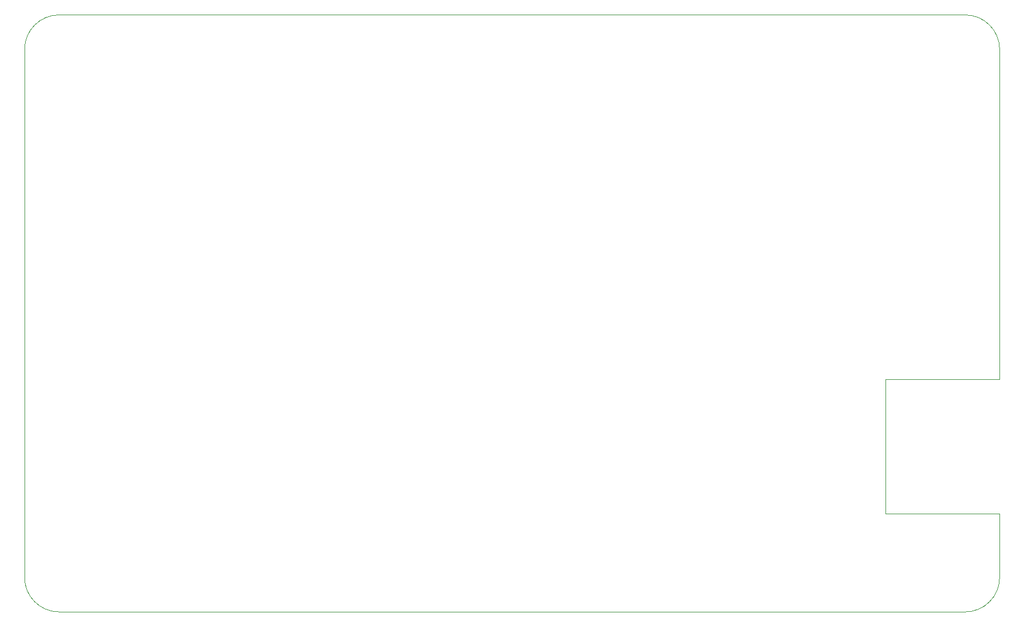
<source format=gbr>
%TF.GenerationSoftware,KiCad,Pcbnew,8.0.1*%
%TF.CreationDate,2025-02-20T00:44:50-08:00*%
%TF.ProjectId,tty2040,74747932-3034-4302-9e6b-696361645f70,a*%
%TF.SameCoordinates,Original*%
%TF.FileFunction,Profile,NP*%
%FSLAX46Y46*%
G04 Gerber Fmt 4.6, Leading zero omitted, Abs format (unit mm)*
G04 Created by KiCad (PCBNEW 8.0.1) date 2025-02-20 00:44:50*
%MOMM*%
%LPD*%
G01*
G04 APERTURE LIST*
%TA.AperFunction,Profile*%
%ADD10C,0.050000*%
%TD*%
G04 APERTURE END LIST*
D10*
X219500000Y-129250000D02*
X219500000Y-138500000D01*
X78250000Y-62000000D02*
G75*
G02*
X83250000Y-57000000I5000000J0D01*
G01*
X83250000Y-57000000D02*
X214500000Y-57000000D01*
X219500000Y-109750000D02*
X203500000Y-109750000D01*
X78250000Y-138500000D02*
X78250000Y-62000000D01*
X219500000Y-138500000D02*
G75*
G02*
X214500000Y-143500000I-5000000J0D01*
G01*
X203000000Y-129250000D02*
X219500000Y-129250000D01*
X203000000Y-109750000D02*
X203000000Y-129250000D01*
X214500000Y-57000000D02*
G75*
G02*
X219500000Y-62000000I0J-5000000D01*
G01*
X83250000Y-143500000D02*
G75*
G02*
X78250000Y-138500000I0J5000000D01*
G01*
X219500000Y-62000000D02*
X219500000Y-109750000D01*
X203500000Y-109750000D02*
X203000000Y-109750000D01*
X214500000Y-143500000D02*
X83250000Y-143500000D01*
M02*

</source>
